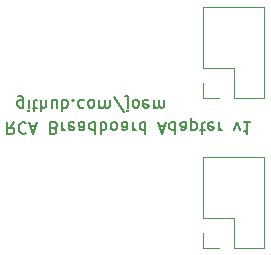
<source format=gbo>
G04 #@! TF.GenerationSoftware,KiCad,Pcbnew,(5.1.2-1)-1*
G04 #@! TF.CreationDate,2020-04-21T23:13:36-04:00*
G04 #@! TF.ProjectId,rca_breadboard_adapter,7263615f-6272-4656-9164-626f6172645f,rev?*
G04 #@! TF.SameCoordinates,Original*
G04 #@! TF.FileFunction,Legend,Bot*
G04 #@! TF.FilePolarity,Positive*
%FSLAX46Y46*%
G04 Gerber Fmt 4.6, Leading zero omitted, Abs format (unit mm)*
G04 Created by KiCad (PCBNEW (5.1.2-1)-1) date 2020-04-21 23:13:36*
%MOMM*%
%LPD*%
G04 APERTURE LIST*
%ADD10C,0.150000*%
%ADD11C,0.120000*%
G04 APERTURE END LIST*
D10*
X142193095Y-56729285D02*
X142193095Y-55919761D01*
X142145476Y-55824523D01*
X142097857Y-55776904D01*
X142002619Y-55729285D01*
X141859761Y-55729285D01*
X141764523Y-55776904D01*
X142193095Y-56110238D02*
X142097857Y-56062619D01*
X141907380Y-56062619D01*
X141812142Y-56110238D01*
X141764523Y-56157857D01*
X141716904Y-56253095D01*
X141716904Y-56538809D01*
X141764523Y-56634047D01*
X141812142Y-56681666D01*
X141907380Y-56729285D01*
X142097857Y-56729285D01*
X142193095Y-56681666D01*
X142669285Y-56062619D02*
X142669285Y-56729285D01*
X142669285Y-57062619D02*
X142621666Y-57015000D01*
X142669285Y-56967380D01*
X142716904Y-57015000D01*
X142669285Y-57062619D01*
X142669285Y-56967380D01*
X143002619Y-56729285D02*
X143383571Y-56729285D01*
X143145476Y-57062619D02*
X143145476Y-56205476D01*
X143193095Y-56110238D01*
X143288333Y-56062619D01*
X143383571Y-56062619D01*
X143716904Y-56062619D02*
X143716904Y-57062619D01*
X144145476Y-56062619D02*
X144145476Y-56586428D01*
X144097857Y-56681666D01*
X144002619Y-56729285D01*
X143859761Y-56729285D01*
X143764523Y-56681666D01*
X143716904Y-56634047D01*
X145050238Y-56729285D02*
X145050238Y-56062619D01*
X144621666Y-56729285D02*
X144621666Y-56205476D01*
X144669285Y-56110238D01*
X144764523Y-56062619D01*
X144907380Y-56062619D01*
X145002619Y-56110238D01*
X145050238Y-56157857D01*
X145526428Y-56062619D02*
X145526428Y-57062619D01*
X145526428Y-56681666D02*
X145621666Y-56729285D01*
X145812142Y-56729285D01*
X145907380Y-56681666D01*
X145955000Y-56634047D01*
X146002619Y-56538809D01*
X146002619Y-56253095D01*
X145955000Y-56157857D01*
X145907380Y-56110238D01*
X145812142Y-56062619D01*
X145621666Y-56062619D01*
X145526428Y-56110238D01*
X146431190Y-56157857D02*
X146478809Y-56110238D01*
X146431190Y-56062619D01*
X146383571Y-56110238D01*
X146431190Y-56157857D01*
X146431190Y-56062619D01*
X147335952Y-56110238D02*
X147240714Y-56062619D01*
X147050238Y-56062619D01*
X146955000Y-56110238D01*
X146907380Y-56157857D01*
X146859761Y-56253095D01*
X146859761Y-56538809D01*
X146907380Y-56634047D01*
X146955000Y-56681666D01*
X147050238Y-56729285D01*
X147240714Y-56729285D01*
X147335952Y-56681666D01*
X147907380Y-56062619D02*
X147812142Y-56110238D01*
X147764523Y-56157857D01*
X147716904Y-56253095D01*
X147716904Y-56538809D01*
X147764523Y-56634047D01*
X147812142Y-56681666D01*
X147907380Y-56729285D01*
X148050238Y-56729285D01*
X148145476Y-56681666D01*
X148193095Y-56634047D01*
X148240714Y-56538809D01*
X148240714Y-56253095D01*
X148193095Y-56157857D01*
X148145476Y-56110238D01*
X148050238Y-56062619D01*
X147907380Y-56062619D01*
X148669285Y-56062619D02*
X148669285Y-56729285D01*
X148669285Y-56634047D02*
X148716904Y-56681666D01*
X148812142Y-56729285D01*
X148955000Y-56729285D01*
X149050238Y-56681666D01*
X149097857Y-56586428D01*
X149097857Y-56062619D01*
X149097857Y-56586428D02*
X149145476Y-56681666D01*
X149240714Y-56729285D01*
X149383571Y-56729285D01*
X149478809Y-56681666D01*
X149526428Y-56586428D01*
X149526428Y-56062619D01*
X150716904Y-57110238D02*
X149859761Y-55824523D01*
X151050238Y-56729285D02*
X151050238Y-55872142D01*
X151002619Y-55776904D01*
X150907380Y-55729285D01*
X150859761Y-55729285D01*
X151050238Y-57062619D02*
X151002619Y-57015000D01*
X151050238Y-56967380D01*
X151097857Y-57015000D01*
X151050238Y-57062619D01*
X151050238Y-56967380D01*
X151669285Y-56062619D02*
X151574047Y-56110238D01*
X151526428Y-56157857D01*
X151478809Y-56253095D01*
X151478809Y-56538809D01*
X151526428Y-56634047D01*
X151574047Y-56681666D01*
X151669285Y-56729285D01*
X151812142Y-56729285D01*
X151907380Y-56681666D01*
X151955000Y-56634047D01*
X152002619Y-56538809D01*
X152002619Y-56253095D01*
X151955000Y-56157857D01*
X151907380Y-56110238D01*
X151812142Y-56062619D01*
X151669285Y-56062619D01*
X152812142Y-56110238D02*
X152716904Y-56062619D01*
X152526428Y-56062619D01*
X152431190Y-56110238D01*
X152383571Y-56205476D01*
X152383571Y-56586428D01*
X152431190Y-56681666D01*
X152526428Y-56729285D01*
X152716904Y-56729285D01*
X152812142Y-56681666D01*
X152859761Y-56586428D01*
X152859761Y-56491190D01*
X152383571Y-56395952D01*
X153288333Y-56062619D02*
X153288333Y-56729285D01*
X153288333Y-56634047D02*
X153335952Y-56681666D01*
X153431190Y-56729285D01*
X153574047Y-56729285D01*
X153669285Y-56681666D01*
X153716904Y-56586428D01*
X153716904Y-56062619D01*
X153716904Y-56586428D02*
X153764523Y-56681666D01*
X153859761Y-56729285D01*
X154002619Y-56729285D01*
X154097857Y-56681666D01*
X154145476Y-56586428D01*
X154145476Y-56062619D01*
X141439523Y-57967619D02*
X141106190Y-58443809D01*
X140868095Y-57967619D02*
X140868095Y-58967619D01*
X141249047Y-58967619D01*
X141344285Y-58920000D01*
X141391904Y-58872380D01*
X141439523Y-58777142D01*
X141439523Y-58634285D01*
X141391904Y-58539047D01*
X141344285Y-58491428D01*
X141249047Y-58443809D01*
X140868095Y-58443809D01*
X142439523Y-58062857D02*
X142391904Y-58015238D01*
X142249047Y-57967619D01*
X142153809Y-57967619D01*
X142010952Y-58015238D01*
X141915714Y-58110476D01*
X141868095Y-58205714D01*
X141820476Y-58396190D01*
X141820476Y-58539047D01*
X141868095Y-58729523D01*
X141915714Y-58824761D01*
X142010952Y-58920000D01*
X142153809Y-58967619D01*
X142249047Y-58967619D01*
X142391904Y-58920000D01*
X142439523Y-58872380D01*
X142820476Y-58253333D02*
X143296666Y-58253333D01*
X142725238Y-57967619D02*
X143058571Y-58967619D01*
X143391904Y-57967619D01*
X144820476Y-58491428D02*
X144963333Y-58443809D01*
X145010952Y-58396190D01*
X145058571Y-58300952D01*
X145058571Y-58158095D01*
X145010952Y-58062857D01*
X144963333Y-58015238D01*
X144868095Y-57967619D01*
X144487142Y-57967619D01*
X144487142Y-58967619D01*
X144820476Y-58967619D01*
X144915714Y-58920000D01*
X144963333Y-58872380D01*
X145010952Y-58777142D01*
X145010952Y-58681904D01*
X144963333Y-58586666D01*
X144915714Y-58539047D01*
X144820476Y-58491428D01*
X144487142Y-58491428D01*
X145487142Y-57967619D02*
X145487142Y-58634285D01*
X145487142Y-58443809D02*
X145534761Y-58539047D01*
X145582380Y-58586666D01*
X145677619Y-58634285D01*
X145772857Y-58634285D01*
X146487142Y-58015238D02*
X146391904Y-57967619D01*
X146201428Y-57967619D01*
X146106190Y-58015238D01*
X146058571Y-58110476D01*
X146058571Y-58491428D01*
X146106190Y-58586666D01*
X146201428Y-58634285D01*
X146391904Y-58634285D01*
X146487142Y-58586666D01*
X146534761Y-58491428D01*
X146534761Y-58396190D01*
X146058571Y-58300952D01*
X147391904Y-57967619D02*
X147391904Y-58491428D01*
X147344285Y-58586666D01*
X147249047Y-58634285D01*
X147058571Y-58634285D01*
X146963333Y-58586666D01*
X147391904Y-58015238D02*
X147296666Y-57967619D01*
X147058571Y-57967619D01*
X146963333Y-58015238D01*
X146915714Y-58110476D01*
X146915714Y-58205714D01*
X146963333Y-58300952D01*
X147058571Y-58348571D01*
X147296666Y-58348571D01*
X147391904Y-58396190D01*
X148296666Y-57967619D02*
X148296666Y-58967619D01*
X148296666Y-58015238D02*
X148201428Y-57967619D01*
X148010952Y-57967619D01*
X147915714Y-58015238D01*
X147868095Y-58062857D01*
X147820476Y-58158095D01*
X147820476Y-58443809D01*
X147868095Y-58539047D01*
X147915714Y-58586666D01*
X148010952Y-58634285D01*
X148201428Y-58634285D01*
X148296666Y-58586666D01*
X148772857Y-57967619D02*
X148772857Y-58967619D01*
X148772857Y-58586666D02*
X148868095Y-58634285D01*
X149058571Y-58634285D01*
X149153809Y-58586666D01*
X149201428Y-58539047D01*
X149249047Y-58443809D01*
X149249047Y-58158095D01*
X149201428Y-58062857D01*
X149153809Y-58015238D01*
X149058571Y-57967619D01*
X148868095Y-57967619D01*
X148772857Y-58015238D01*
X149820476Y-57967619D02*
X149725238Y-58015238D01*
X149677619Y-58062857D01*
X149630000Y-58158095D01*
X149630000Y-58443809D01*
X149677619Y-58539047D01*
X149725238Y-58586666D01*
X149820476Y-58634285D01*
X149963333Y-58634285D01*
X150058571Y-58586666D01*
X150106190Y-58539047D01*
X150153809Y-58443809D01*
X150153809Y-58158095D01*
X150106190Y-58062857D01*
X150058571Y-58015238D01*
X149963333Y-57967619D01*
X149820476Y-57967619D01*
X151010952Y-57967619D02*
X151010952Y-58491428D01*
X150963333Y-58586666D01*
X150868095Y-58634285D01*
X150677619Y-58634285D01*
X150582380Y-58586666D01*
X151010952Y-58015238D02*
X150915714Y-57967619D01*
X150677619Y-57967619D01*
X150582380Y-58015238D01*
X150534761Y-58110476D01*
X150534761Y-58205714D01*
X150582380Y-58300952D01*
X150677619Y-58348571D01*
X150915714Y-58348571D01*
X151010952Y-58396190D01*
X151487142Y-57967619D02*
X151487142Y-58634285D01*
X151487142Y-58443809D02*
X151534761Y-58539047D01*
X151582380Y-58586666D01*
X151677619Y-58634285D01*
X151772857Y-58634285D01*
X152534761Y-57967619D02*
X152534761Y-58967619D01*
X152534761Y-58015238D02*
X152439523Y-57967619D01*
X152249047Y-57967619D01*
X152153809Y-58015238D01*
X152106190Y-58062857D01*
X152058571Y-58158095D01*
X152058571Y-58443809D01*
X152106190Y-58539047D01*
X152153809Y-58586666D01*
X152249047Y-58634285D01*
X152439523Y-58634285D01*
X152534761Y-58586666D01*
X153725238Y-58253333D02*
X154201428Y-58253333D01*
X153630000Y-57967619D02*
X153963333Y-58967619D01*
X154296666Y-57967619D01*
X155058571Y-57967619D02*
X155058571Y-58967619D01*
X155058571Y-58015238D02*
X154963333Y-57967619D01*
X154772857Y-57967619D01*
X154677619Y-58015238D01*
X154630000Y-58062857D01*
X154582380Y-58158095D01*
X154582380Y-58443809D01*
X154630000Y-58539047D01*
X154677619Y-58586666D01*
X154772857Y-58634285D01*
X154963333Y-58634285D01*
X155058571Y-58586666D01*
X155963333Y-57967619D02*
X155963333Y-58491428D01*
X155915714Y-58586666D01*
X155820476Y-58634285D01*
X155630000Y-58634285D01*
X155534761Y-58586666D01*
X155963333Y-58015238D02*
X155868095Y-57967619D01*
X155630000Y-57967619D01*
X155534761Y-58015238D01*
X155487142Y-58110476D01*
X155487142Y-58205714D01*
X155534761Y-58300952D01*
X155630000Y-58348571D01*
X155868095Y-58348571D01*
X155963333Y-58396190D01*
X156439523Y-58634285D02*
X156439523Y-57634285D01*
X156439523Y-58586666D02*
X156534761Y-58634285D01*
X156725238Y-58634285D01*
X156820476Y-58586666D01*
X156868095Y-58539047D01*
X156915714Y-58443809D01*
X156915714Y-58158095D01*
X156868095Y-58062857D01*
X156820476Y-58015238D01*
X156725238Y-57967619D01*
X156534761Y-57967619D01*
X156439523Y-58015238D01*
X157201428Y-58634285D02*
X157582380Y-58634285D01*
X157344285Y-58967619D02*
X157344285Y-58110476D01*
X157391904Y-58015238D01*
X157487142Y-57967619D01*
X157582380Y-57967619D01*
X158296666Y-58015238D02*
X158201428Y-57967619D01*
X158010952Y-57967619D01*
X157915714Y-58015238D01*
X157868095Y-58110476D01*
X157868095Y-58491428D01*
X157915714Y-58586666D01*
X158010952Y-58634285D01*
X158201428Y-58634285D01*
X158296666Y-58586666D01*
X158344285Y-58491428D01*
X158344285Y-58396190D01*
X157868095Y-58300952D01*
X158772857Y-57967619D02*
X158772857Y-58634285D01*
X158772857Y-58443809D02*
X158820476Y-58539047D01*
X158868095Y-58586666D01*
X158963333Y-58634285D01*
X159058571Y-58634285D01*
X160058571Y-58634285D02*
X160296666Y-57967619D01*
X160534761Y-58634285D01*
X161439523Y-57967619D02*
X160868095Y-57967619D01*
X161153809Y-57967619D02*
X161153809Y-58967619D01*
X161058571Y-58824761D01*
X160963333Y-58729523D01*
X160868095Y-58681904D01*
D11*
X157420000Y-48200000D02*
X162620000Y-48200000D01*
X157420000Y-53340000D02*
X157420000Y-48200000D01*
X162620000Y-55940000D02*
X162620000Y-48200000D01*
X157420000Y-53340000D02*
X160020000Y-53340000D01*
X160020000Y-53340000D02*
X160020000Y-55940000D01*
X160020000Y-55940000D02*
X162620000Y-55940000D01*
X157420000Y-54610000D02*
X157420000Y-55940000D01*
X157420000Y-55940000D02*
X158750000Y-55940000D01*
X157420000Y-68640000D02*
X158750000Y-68640000D01*
X157420000Y-67310000D02*
X157420000Y-68640000D01*
X160020000Y-68640000D02*
X162620000Y-68640000D01*
X160020000Y-66040000D02*
X160020000Y-68640000D01*
X157420000Y-66040000D02*
X160020000Y-66040000D01*
X162620000Y-68640000D02*
X162620000Y-60900000D01*
X157420000Y-66040000D02*
X157420000Y-60900000D01*
X157420000Y-60900000D02*
X162620000Y-60900000D01*
M02*

</source>
